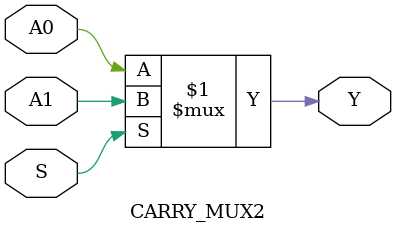
<source format=v>

module MUX2(
    // iVerilog is buggy on the 'input A' declaration when deposit initial
    // values 
	input [0:0] A,   // Data input 0
	input [0:0] B,   // Data input 1
	input [0:0] S0, // Select port
	output [0:0] Y  // Data output
	);
  
	assign Y = S0 ? B : A;

// Note: 
//	 MUX2 appears will appear in LUTs, routing multiplexers,
//   being a component in combinational loops
//   To help convergence in simulation 
//   i.e., to avoid the X (undetermined) signals,
//   the following timing constraints and signal initialization 
//   has to be added!

`ifdef ENABLE_TIMING
// ------ BEGIN Pin-to-pin Timing constraints -----
	specify
		(A => Y) = (0.001, 0.001);
		(B => Y) = (0.001, 0.001);
		(S0 => Y) = (0.001, 0.001);
	endspecify
// ------ END Pin-to-pin Timing constraints -----
`endif

`ifdef ENABLE_SIGNAL_INITIALIZATION
// ------ BEGIN driver initialization -----
	initial begin
	`ifdef ENABLE_FORMAL_VERIFICATION
		$deposit(A, 1'b0);
		$deposit(B, 1'b0);
		$deposit(S0, 1'b0);
	`else
		$deposit(A, $random);
		$deposit(B, $random);
		$deposit(S0, $random);
	`endif

	end
// ------ END driver initialization -----
`endif

endmodule

//-----------------------------------------------------
// Design Name : CARRY_MUX2
// File Name   : mux2.v
// Function    : Standard cell (static gate) implementation
//               of 2-input multiplexers to be used by carry logic 
// Coder       : Xifan Tang
//-----------------------------------------------------

module CARRY_MUX2(
	input [0:0] A0,   // Data input 0
	input [0:0] A1,   // Data input 1
	input [0:0] S, // Select port
	output [0:0] Y  // Data output
	);
  
	assign Y = S ? A1 : A0;

// Note: 
//	 MUX2 appears in the datapath logic driven by carry-in and LUT outputs
//	 where initial values and signal deposit are not required

endmodule

</source>
